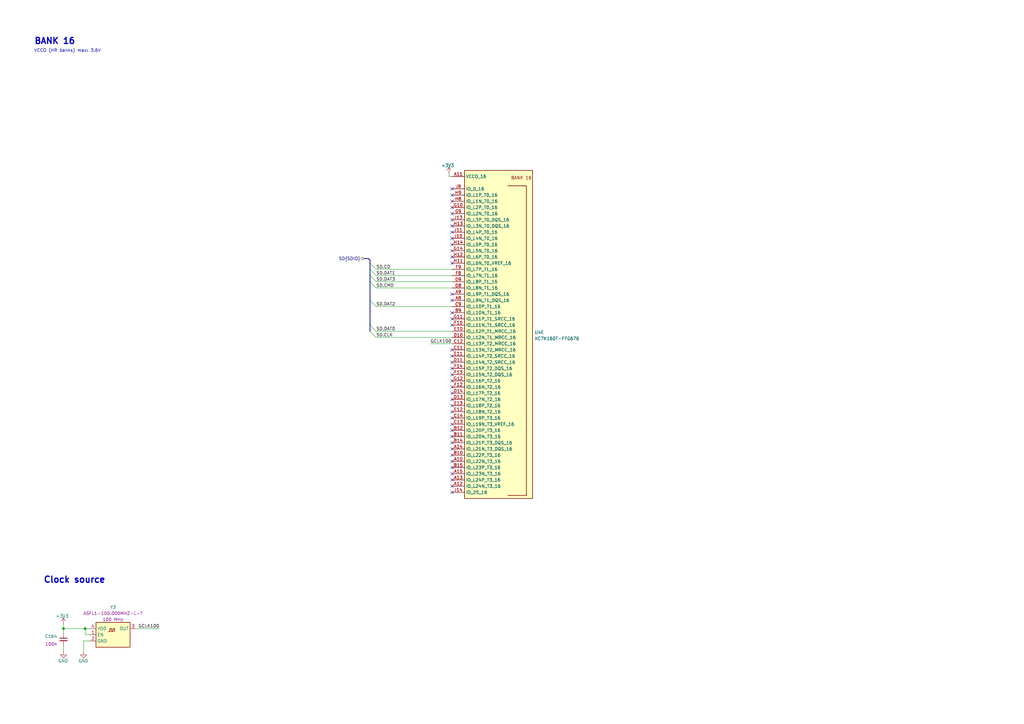
<source format=kicad_sch>
(kicad_sch (version 20230121) (generator eeschema)
  (paper "A3")
  (title_block (title "SO-DIMM DDR5 Tester") (date "2024-04-23") (rev "1.2.0") (comment 1 "www.antmicro.com") (comment 2 "Antmicro Ltd"))
  (junction (at 34.925 257.81))
  (junction (at 26.035 257.81))
  (no_connect (at 185.42 201.93))
  (no_connect (at 185.42 80.01))
  (no_connect (at 185.42 130.81))
  (no_connect (at 185.42 97.79))
  (no_connect (at 185.42 95.25))
  (no_connect (at 185.42 87.63))
  (no_connect (at 185.42 90.17))
  (no_connect (at 185.42 82.55))
  (no_connect (at 185.42 128.27))
  (no_connect (at 185.42 107.95))
  (no_connect (at 185.42 92.71))
  (no_connect (at 185.42 102.87))
  (no_connect (at 185.42 173.99))
  (no_connect (at 185.42 143.51))
  (no_connect (at 185.42 146.05))
  (no_connect (at 185.42 105.41))
  (no_connect (at 185.42 161.29))
  (no_connect (at 185.42 156.21))
  (no_connect (at 185.42 196.85))
  (no_connect (at 185.42 176.53))
  (no_connect (at 185.42 100.33))
  (no_connect (at 185.42 189.23))
  (no_connect (at 185.42 168.91))
  (no_connect (at 185.42 151.13))
  (no_connect (at 185.42 166.37))
  (no_connect (at 185.42 181.61))
  (no_connect (at 185.42 133.35))
  (no_connect (at 185.42 123.19))
  (no_connect (at 185.42 163.83))
  (no_connect (at 185.42 120.65))
  (no_connect (at 185.42 184.15))
  (no_connect (at 185.42 186.69))
  (no_connect (at 185.42 179.07))
  (no_connect (at 185.42 199.39))
  (no_connect (at 185.42 194.31))
  (no_connect (at 185.42 158.75))
  (no_connect (at 185.42 77.47))
  (no_connect (at 185.42 191.77))
  (no_connect (at 185.42 153.67))
  (no_connect (at 185.42 148.59))
  (no_connect (at 185.42 85.09))
  (no_connect (at 185.42 171.45))
  (bus_entry (at 154.305 135.89) (size -2.54 -2.54))
  (bus_entry (at 154.305 118.11) (size -2.54 -2.54))
  (bus_entry (at 154.305 115.57) (size -2.54 -2.54))
  (bus_entry (at 154.305 125.73) (size -2.54 -2.54))
  (bus_entry (at 154.305 110.49) (size -2.54 -2.54))
  (bus_entry (at 154.305 138.43) (size -2.54 -2.54))
  (bus_entry (at 154.305 113.03) (size -2.54 -2.54))
  (wire (pts (xy 154.305 113.03) (xy 185.42 113.03)))
  (bus (pts (xy 149.225 106.045) (xy 151.13 106.045)))
  (bus (pts (xy 151.765 115.57) (xy 151.765 123.19)))
  (bus (pts (xy 151.765 133.35) (xy 151.765 135.89)))
  (bus (pts (xy 151.765 123.19) (xy 151.765 133.35)))
  (wire (pts (xy 26.035 267.335) (xy 26.035 264.795)))
  (wire (pts (xy 184.15 71.12) (xy 184.15 72.39)))
  (bus (pts (xy 151.13 106.045) (xy 151.765 106.68)))
  (wire (pts (xy 154.305 135.89) (xy 185.42 135.89)))
  (wire (pts (xy 154.305 138.43) (xy 185.42 138.43)))
  (wire (pts (xy 34.29 262.89) (xy 34.29 267.335)))
  (wire (pts (xy 154.305 115.57) (xy 185.42 115.57)))
  (bus (pts (xy 151.765 110.49) (xy 151.765 113.03)))
  (bus (pts (xy 151.765 107.95) (xy 151.765 110.49)))
  (wire (pts (xy 176.53 140.97) (xy 185.42 140.97)))
  (wire (pts (xy 26.035 257.81) (xy 34.925 257.81)))
  (wire (pts (xy 185.42 72.39) (xy 184.15 72.39)))
  (wire (pts (xy 154.305 125.73) (xy 185.42 125.73)))
  (wire (pts (xy 26.035 255.905) (xy 26.035 257.81)))
  (wire (pts (xy 34.925 260.35) (xy 34.925 257.81)))
  (wire (pts (xy 26.035 259.715) (xy 26.035 257.81)))
  (bus (pts (xy 151.765 113.03) (xy 151.765 115.57)))
  (wire (pts (xy 36.83 262.89) (xy 34.29 262.89)))
  (bus (pts (xy 151.765 106.68) (xy 151.765 107.95)))
  (wire (pts (xy 34.925 257.81) (xy 36.83 257.81)))
  (wire (pts (xy 154.305 118.11) (xy 185.42 118.11)))
  (wire (pts (xy 154.305 110.49) (xy 185.42 110.49)))
  (wire (pts (xy 55.88 257.81) (xy 65.405 257.81)))
  (wire (pts (xy 36.83 260.35) (xy 34.925 260.35)))
  (text "Clock source" (at 17.78 239.395 0) (effects (font (size 2.54 2.54) (thickness 0.4978) bold) (justify left bottom)))
  (text "BANK 16" (at 13.97 18.415 0) (effects (font (size 2.4892 2.4892) (thickness 0.4978) bold) (justify left bottom)))
  (text "VCCO (HR banks) max: 3.6V" (at 13.97 21.59 0) (effects (font (size 1.27 1.27)) (justify left bottom)))
  (label "SD.DAT0" (at 154.305 135.89 0))
  (label "SD.CMD" (at 154.305 118.11 0))
  (label "GCLK100" (at 176.53 140.97 0))
  (label "SD.DAT1" (at 154.305 113.03 0))
  (label "SD.CD" (at 154.305 110.49 0))
  (label "SD.CLK" (at 154.305 138.43 0))
  (label "GCLK100" (at 65.405 257.81 180))
  (label "SD.DAT3" (at 154.305 115.57 0))
  (label "SD.DAT2" (at 154.305 125.73 0))
  (hierarchical_label "SD{SDIO}" (shape bidirectional) (at 149.225 106.045 180))
  (symbol (lib_id "antmicropower:GND") (at 34.29 267.335 0) (mirror y) (unit 1)
    (property "Reference" "#PWR0265" (effects hide))
    (property "Value" "GND" (at 36.195 271.78 0) (effects (justify left bottom)))
    (property "Author" "Antmicro" (effects hide))
    (property "License" "Apache-2.0" (effects hide))
  )
  (symbol (lib_id "antmicroCapacitors0402:C_100n_0402") (at 26.035 259.715 90) (mirror x) (unit 1)
    (property "Reference" "C164" (at 23.495 260.9913 90) (effects (justify left)))
    (property "Value" "C_100n_0402" (effects hide))
    (property "Footprint" "antmicro-footprints:C_0402_1005Metric" (effects hide))
    (property "Datasheet" "https://www.murata.com/products/productdetail?partno=GRM155R61H104KE14%23" (effects hide))
    (property "Manufacturer" "Murata" (effects hide))
    (property "MPN" "GRM155R61H104KE14D" (effects hide))
    (property "Val" "100n" (at 23.495 264.1662 90) (effects (justify left)))
    (property "License" "Apache-2.0" (effects hide))
    (property "Author" "Antmicro" (effects hide))
    (property "Voltage" "50V" (effects hide))
    (property "Dielectric" "X5R" (effects hide))
  )
  (symbol (lib_id "antmicroOscillators:Oscillator_100MHz_ASFL1") (at 36.83 257.81 0) (unit 1)
    (property "Reference" "Y3" (at 46.355 249.0612 0))
    (property "Value" "Oscillator_100MHz_ASFL1" (effects hide))
    (property "Footprint" "antmicro-footprints:Oscillator_SMD_Abracon_ASFL1-4Pin_5.0x3.2mm" (effects hide))
    (property "Datasheet" "https://abracon.com/Oscillators/ASFL1.pdf" (effects hide))
    (property "MPN" "ASFL1-100.000MHZ-L-T" (at 46.355 251.5849 0))
    (property "Manufacturer" "Abracon" (effects hide))
    (property "Val" "100 MHz" (at 46.355 254.1086 0))
    (property "Author" "Antmicro" (effects hide))
    (property "License" "Apache-2.0" (effects hide))
  )
  (symbol (lib_id "antmicroFPGAChips:XC7K160T-FFG676") (at 185.42 72.39 0) (unit 5)
    (property "Reference" "U4" (at 219.202 136.3294 0) (effects (justify left)))
    (property "Value" "XC7K160T-FFG676" (at 219.202 138.8597 0) (effects (justify left)))
    (property "Footprint" "antmicro-footprints:BGA-676_27x27mm_Layout26x26_P1x1mm_FFG676" (effects hide))
    (property "Datasheet" "https://docs.xilinx.com/v/u/en-US/ds180_7Series_Overview" (effects hide))
    (property "MPN" "XC7K160T-FFG676" (effects hide))
    (property "Author" "Antmicro" (effects hide))
    (property "License" "Apache-2.0" (effects hide))
    (property "Manufacturer" "AMD-Xilinx" (effects hide))
  )
  (symbol (lib_id "antmicropower:+3V3") (at 26.035 255.905 0) (unit 1)
    (property "Reference" "#PWR0263" (effects hide))
    (property "Value" "+3V3" (at 22.86 253.365 0) (effects (justify left bottom)))
    (property "Author" "Antmicro" (effects hide))
    (property "License" "Apache-2.0" (effects hide))
  )
  (symbol (lib_id "antmicropower:GND") (at 26.035 267.335 0) (mirror y) (unit 1)
    (property "Reference" "#PWR0264" (effects hide))
    (property "Value" "GND" (at 27.94 271.78 0) (effects (justify left bottom)))
    (property "Author" "Antmicro" (effects hide))
    (property "License" "Apache-2.0" (effects hide))
  )
  (symbol (lib_id "antmicropower:+3V3") (at 184.15 71.12 0) (unit 1)
    (property "Reference" "#PWR0262" (effects hide))
    (property "Value" "+3V3" (at 180.975 68.58 0) (effects (justify left bottom)))
    (property "Author" "Antmicro" (effects hide))
    (property "License" "Apache-2.0" (effects hide))
  )
)
</source>
